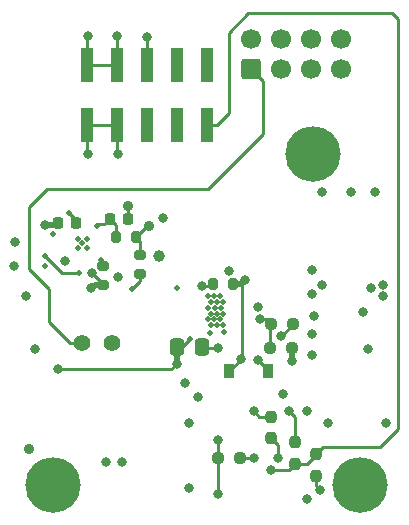
<source format=gbr>
%TF.GenerationSoftware,KiCad,Pcbnew,6.0.4-1.fc35*%
%TF.CreationDate,2022-04-05T09:58:44+01:00*%
%TF.ProjectId,cryosub_power_converter_top_v03,6372796f-7375-4625-9f70-6f7765725f63,rev?*%
%TF.SameCoordinates,Original*%
%TF.FileFunction,Copper,L4,Bot*%
%TF.FilePolarity,Positive*%
%FSLAX45Y45*%
G04 Gerber Fmt 4.5, Leading zero omitted, Abs format (unit mm)*
G04 Created by KiCad (PCBNEW 6.0.4-1.fc35) date 2022-04-05 09:58:44*
%MOMM*%
%LPD*%
G01*
G04 APERTURE LIST*
G04 Aperture macros list*
%AMRoundRect*
0 Rectangle with rounded corners*
0 $1 Rounding radius*
0 $2 $3 $4 $5 $6 $7 $8 $9 X,Y pos of 4 corners*
0 Add a 4 corners polygon primitive as box body*
4,1,4,$2,$3,$4,$5,$6,$7,$8,$9,$2,$3,0*
0 Add four circle primitives for the rounded corners*
1,1,$1+$1,$2,$3*
1,1,$1+$1,$4,$5*
1,1,$1+$1,$6,$7*
1,1,$1+$1,$8,$9*
0 Add four rect primitives between the rounded corners*
20,1,$1+$1,$2,$3,$4,$5,0*
20,1,$1+$1,$4,$5,$6,$7,0*
20,1,$1+$1,$6,$7,$8,$9,0*
20,1,$1+$1,$8,$9,$2,$3,0*%
G04 Aperture macros list end*
%TA.AperFunction,ComponentPad*%
%ADD10C,1.000000*%
%TD*%
%TA.AperFunction,ComponentPad*%
%ADD11C,1.400000*%
%TD*%
%TA.AperFunction,ComponentPad*%
%ADD12C,4.700000*%
%TD*%
%TA.AperFunction,ComponentPad*%
%ADD13RoundRect,0.250000X0.600000X-0.600000X0.600000X0.600000X-0.600000X0.600000X-0.600000X-0.600000X0*%
%TD*%
%TA.AperFunction,ComponentPad*%
%ADD14C,1.700000*%
%TD*%
%TA.AperFunction,SMDPad,CuDef*%
%ADD15RoundRect,0.237500X-0.237500X0.250000X-0.237500X-0.250000X0.237500X-0.250000X0.237500X0.250000X0*%
%TD*%
%TA.AperFunction,SMDPad,CuDef*%
%ADD16RoundRect,0.237500X0.237500X-0.250000X0.237500X0.250000X-0.237500X0.250000X-0.237500X-0.250000X0*%
%TD*%
%TA.AperFunction,SMDPad,CuDef*%
%ADD17RoundRect,0.237500X-0.250000X-0.237500X0.250000X-0.237500X0.250000X0.237500X-0.250000X0.237500X0*%
%TD*%
%TA.AperFunction,SMDPad,CuDef*%
%ADD18R,1.000000X3.000000*%
%TD*%
%TA.AperFunction,SMDPad,CuDef*%
%ADD19RoundRect,0.250000X-0.337500X-0.475000X0.337500X-0.475000X0.337500X0.475000X-0.337500X0.475000X0*%
%TD*%
%TA.AperFunction,SMDPad,CuDef*%
%ADD20RoundRect,0.225000X-0.225000X-0.250000X0.225000X-0.250000X0.225000X0.250000X-0.225000X0.250000X0*%
%TD*%
%TA.AperFunction,SMDPad,CuDef*%
%ADD21RoundRect,0.200000X-0.275000X0.200000X-0.275000X-0.200000X0.275000X-0.200000X0.275000X0.200000X0*%
%TD*%
%TA.AperFunction,SMDPad,CuDef*%
%ADD22RoundRect,0.200000X-0.200000X-0.275000X0.200000X-0.275000X0.200000X0.275000X-0.200000X0.275000X0*%
%TD*%
%TA.AperFunction,SMDPad,CuDef*%
%ADD23RoundRect,0.237500X0.250000X0.237500X-0.250000X0.237500X-0.250000X-0.237500X0.250000X-0.237500X0*%
%TD*%
%TA.AperFunction,SMDPad,CuDef*%
%ADD24RoundRect,0.200000X0.200000X0.275000X-0.200000X0.275000X-0.200000X-0.275000X0.200000X-0.275000X0*%
%TD*%
%TA.AperFunction,SMDPad,CuDef*%
%ADD25R,0.900000X1.200000*%
%TD*%
%TA.AperFunction,ViaPad*%
%ADD26C,0.500000*%
%TD*%
%TA.AperFunction,ViaPad*%
%ADD27C,0.800000*%
%TD*%
%TA.AperFunction,ViaPad*%
%ADD28C,0.900000*%
%TD*%
%TA.AperFunction,Conductor*%
%ADD29C,0.250000*%
%TD*%
%TA.AperFunction,Conductor*%
%ADD30C,0.500000*%
%TD*%
G04 APERTURE END LIST*
D10*
%TO.P,TP1,1,1*%
%TO.N,/sipm_dcdc/imon*%
X11302500Y-12165000D03*
%TD*%
D11*
%TO.P,TP2,1,1*%
%TO.N,/vcont*%
X10646000Y-12900000D03*
%TO.P,TP2,2,2*%
%TO.N,GND*%
X10900000Y-12900000D03*
%TD*%
D12*
%TO.P,H1,1,1*%
%TO.N,GND*%
X10400000Y-14100000D03*
%TD*%
%TO.P,H2,1,1*%
%TO.N,GND*%
X12600000Y-11300000D03*
%TD*%
%TO.P,H3,1,1*%
%TO.N,GND*%
X13000000Y-14100000D03*
%TD*%
D13*
%TO.P,J1,1,Pin_1*%
%TO.N,/vcont*%
X12077500Y-10580000D03*
D14*
%TO.P,J1,2,Pin_2*%
%TO.N,GND*%
X12077500Y-10326000D03*
%TO.P,J1,3,Pin_3*%
%TO.N,/sipm_bias*%
X12331500Y-10580000D03*
%TO.P,J1,4,Pin_4*%
%TO.N,GND*%
X12331500Y-10326000D03*
%TO.P,J1,5,Pin_5*%
%TO.N,/p5v_out*%
X12585500Y-10580000D03*
%TO.P,J1,6,Pin_6*%
%TO.N,GND*%
X12585500Y-10326000D03*
%TO.P,J1,7,Pin_7*%
%TO.N,VDC*%
X12839500Y-10580000D03*
%TO.P,J1,8,Pin_8*%
%TO.N,GND*%
X12839500Y-10326000D03*
%TD*%
D15*
%TO.P,R7,1*%
%TO.N,/On When Warm/vg1*%
X12250000Y-13525000D03*
%TO.P,R7,2*%
%TO.N,/On When Warm/vd2*%
X12250000Y-13707500D03*
%TD*%
D16*
%TO.P,R9,1*%
%TO.N,VDC*%
X12625000Y-14025000D03*
%TO.P,R9,2*%
%TO.N,/thermistor*%
X12625000Y-13842500D03*
%TD*%
D15*
%TO.P,R5,1*%
%TO.N,/On When Warm/VD1*%
X12450000Y-13742500D03*
%TO.P,R5,2*%
%TO.N,/thermistor*%
X12450000Y-13925000D03*
%TD*%
D17*
%TO.P,R6,1*%
%TO.N,/On When Warm/vs*%
X11800000Y-13875000D03*
%TO.P,R6,2*%
%TO.N,GND*%
X11982500Y-13875000D03*
%TD*%
D18*
%TO.P,J2,1,Pin_1*%
%TO.N,+5V*%
X10692000Y-11052000D03*
%TO.P,J2,2,Pin_2*%
%TO.N,GND*%
X10692000Y-10548000D03*
%TO.P,J2,3,Pin_3*%
%TO.N,+5V*%
X10946000Y-11052000D03*
%TO.P,J2,4,Pin_4*%
%TO.N,GND*%
X10946000Y-10548000D03*
%TO.P,J2,5,Pin_5*%
%TO.N,unconnected-(J2-Pad5)*%
X11200000Y-11052000D03*
%TO.P,J2,6,Pin_6*%
%TO.N,GND*%
X11200000Y-10548000D03*
%TO.P,J2,7,Pin_7*%
%TO.N,unconnected-(J2-Pad7)*%
X11454000Y-11052000D03*
%TO.P,J2,8,Pin_8*%
%TO.N,unconnected-(J2-Pad8)*%
X11454000Y-10548000D03*
%TO.P,J2,9,Pin_9*%
%TO.N,/thermistor*%
X11708000Y-11052000D03*
%TO.P,J2,10,Pin_10*%
%TO.N,unconnected-(J2-Pad10)*%
X11708000Y-10548000D03*
%TD*%
D19*
%TO.P,C8,1*%
%TO.N,Net-(C7-Pad1)*%
X11451250Y-12937500D03*
%TO.P,C8,2*%
%TO.N,GND*%
X11658750Y-12937500D03*
%TD*%
D20*
%TO.P,C14,1*%
%TO.N,Net-(C14-Pad1)*%
X10440000Y-11882500D03*
%TO.P,C14,2*%
%TO.N,GND*%
X10595000Y-11882500D03*
%TD*%
D21*
%TO.P,R14,1*%
%TO.N,Net-(R14-Pad1)*%
X10827500Y-12244000D03*
%TO.P,R14,2*%
%TO.N,GND*%
X10827500Y-12409000D03*
%TD*%
%TO.P,R16,1*%
%TO.N,Net-(C15-Pad1)*%
X11137500Y-12152500D03*
%TO.P,R16,2*%
%TO.N,Net-(R16-Pad2)*%
X11137500Y-12317500D03*
%TD*%
D22*
%TO.P,R20,1*%
%TO.N,Net-(C18-Pad1)*%
X10935000Y-12002500D03*
%TO.P,R20,2*%
%TO.N,Net-(C15-Pad1)*%
X11100000Y-12002500D03*
%TD*%
D23*
%TO.P,R11,1*%
%TO.N,Net-(C7-Pad1)*%
X12431250Y-12735000D03*
%TO.P,R11,2*%
%TO.N,Net-(R11-Pad2)*%
X12248750Y-12735000D03*
%TD*%
D17*
%TO.P,R12,1*%
%TO.N,Net-(R11-Pad2)*%
X12241250Y-12945000D03*
%TO.P,R12,2*%
%TO.N,GND*%
X12423750Y-12945000D03*
%TD*%
D20*
%TO.P,C18,1*%
%TO.N,Net-(C18-Pad1)*%
X10882500Y-11850000D03*
%TO.P,C18,2*%
%TO.N,GND*%
X11037500Y-11850000D03*
%TD*%
D24*
%TO.P,R13,1*%
%TO.N,/dc_dc/vcc*%
X11922500Y-12400000D03*
%TO.P,R13,2*%
%TO.N,/dc_dc/pgood*%
X11757500Y-12400000D03*
%TD*%
D25*
%TO.P,D2,1,K*%
%TO.N,/dc_dc/vcc*%
X11895000Y-13140000D03*
%TO.P,D2,2,A*%
%TO.N,+5V*%
X12225000Y-13140000D03*
%TD*%
D26*
%TO.N,GND*%
X10650000Y-12057500D03*
X11817500Y-12500000D03*
X11790000Y-12745000D03*
X11737500Y-12745000D03*
X11840000Y-12745000D03*
X11820000Y-12602500D03*
X11715000Y-12700000D03*
X11852500Y-12807500D03*
D27*
X13070000Y-12950000D03*
D26*
X10610000Y-12095000D03*
D27*
X10250000Y-12950000D03*
D26*
X10540000Y-11802500D03*
D27*
X12675000Y-11625000D03*
D26*
X10612500Y-12020000D03*
X11770000Y-12602500D03*
X10687500Y-12020000D03*
D27*
X11550000Y-13580000D03*
X11520000Y-13240000D03*
X10502260Y-12210000D03*
D26*
X10687500Y-12095000D03*
X11840000Y-12552500D03*
X11717500Y-12602500D03*
D27*
X13195000Y-12505000D03*
X13220000Y-13580000D03*
X12350000Y-13330000D03*
D26*
X11790000Y-12552500D03*
X11740000Y-12652500D03*
X11737500Y-12552500D03*
D27*
X10727500Y-12307500D03*
D26*
X11765000Y-12500000D03*
D27*
X13195000Y-12405000D03*
X10950000Y-12340000D03*
X13030000Y-12640000D03*
X12595000Y-12285000D03*
X11800000Y-12940000D03*
X12135019Y-12594981D03*
D26*
X11732500Y-12812500D03*
X11842500Y-12652500D03*
X11767500Y-12700000D03*
D27*
X10946000Y-10304000D03*
X12425000Y-13052500D03*
D26*
X11792500Y-12652500D03*
D27*
X11200000Y-10310000D03*
X13125000Y-11625000D03*
D26*
X11715000Y-12500000D03*
D27*
X10175000Y-12500000D03*
X12675000Y-12405000D03*
X11890000Y-12290000D03*
D26*
X11817500Y-12700000D03*
D27*
X12595000Y-12485000D03*
D28*
X10200000Y-13800000D03*
D27*
X13095259Y-12437500D03*
D28*
X11037500Y-11742500D03*
D27*
X12100000Y-13875000D03*
X10720000Y-12437550D03*
X10700000Y-10300000D03*
X11332500Y-11842500D03*
X12925000Y-11625000D03*
D26*
X10405000Y-11975000D03*
D27*
%TO.N,Net-(C7-Pad1)*%
X11450000Y-13075000D03*
X12332500Y-12845000D03*
D26*
X11558665Y-12866335D03*
D27*
X10447500Y-13122500D03*
%TO.N,/On When Warm/VD1*%
X12400000Y-13475000D03*
%TO.N,/On When Warm/vs*%
X11800000Y-13725000D03*
X11800000Y-14175000D03*
%TO.N,/On When Warm/vg1*%
X12100000Y-13480000D03*
%TO.N,/thermistor*%
X12250000Y-13975000D03*
%TO.N,/On When Warm/vd2*%
X12305132Y-13870617D03*
%TO.N,VDC*%
X10852500Y-13905000D03*
X12595000Y-13005000D03*
X12550000Y-13475000D03*
X12550000Y-14225000D03*
X11550000Y-14130000D03*
X12730000Y-13580000D03*
X12611825Y-12674614D03*
X12660000Y-14147500D03*
X12595000Y-12825000D03*
X10985500Y-13904500D03*
X11630000Y-13360000D03*
D26*
%TO.N,Net-(C18-Pad1)*%
X10772413Y-11906289D03*
%TO.N,Net-(C14-Pad1)*%
X10625000Y-12310000D03*
D27*
X10335000Y-11902500D03*
D26*
X10331891Y-12161791D03*
D28*
%TO.N,Net-(C15-Pad1)*%
X11210359Y-11906185D03*
D27*
%TO.N,Net-(R11-Pad2)*%
X12150000Y-12700000D03*
%TO.N,/dc_dc/pgood*%
X11660000Y-12420000D03*
D26*
%TO.N,Net-(R14-Pad1)*%
X10807500Y-12197500D03*
%TO.N,Net-(R16-Pad2)*%
X11070000Y-12440000D03*
D27*
%TO.N,+5V*%
X12140000Y-13040000D03*
X10700000Y-11300000D03*
X10077500Y-12047500D03*
X10950000Y-11300000D03*
X10075000Y-12250000D03*
D26*
X10330000Y-12245000D03*
X11447266Y-12438091D03*
D27*
%TO.N,/dc_dc/vcc*%
X11995000Y-13035000D03*
X12025000Y-12367500D03*
%TD*%
D29*
%TO.N,GND*%
X11982500Y-13875000D02*
X12100000Y-13875000D01*
X10827500Y-12377500D02*
X10827500Y-12432500D01*
X11661250Y-12940000D02*
X11658750Y-12937500D01*
D30*
X10827500Y-12409000D02*
X10761000Y-12409000D01*
D29*
X10692000Y-10547500D02*
X10946000Y-10547500D01*
X11800000Y-12940000D02*
X11661250Y-12940000D01*
X11200000Y-10548000D02*
X11200000Y-10310000D01*
D30*
X12425000Y-13025000D02*
X12425000Y-13052500D01*
D29*
X10946000Y-10547500D02*
X10946000Y-10304000D01*
X10692000Y-10547500D02*
X10692000Y-10308000D01*
X10595000Y-11882500D02*
X10595000Y-11857500D01*
X10595000Y-11857500D02*
X10540000Y-11802500D01*
X11037500Y-11850000D02*
X11037500Y-11742500D01*
X10797500Y-12377500D02*
X10727500Y-12307500D01*
D30*
X12425000Y-12925000D02*
X12425000Y-13025000D01*
X10732450Y-12437550D02*
X10720000Y-12437550D01*
X10761000Y-12409000D02*
X10732450Y-12437550D01*
D29*
X10827500Y-12377500D02*
X10797500Y-12377500D01*
X10692000Y-10308000D02*
X10700000Y-10300000D01*
%TO.N,Net-(C7-Pad1)*%
X10447500Y-13122500D02*
X11402500Y-13122500D01*
X11490000Y-12935000D02*
X11558665Y-12866335D01*
X12431250Y-12735000D02*
X12431250Y-12746250D01*
X12431250Y-12746250D02*
X12332500Y-12845000D01*
X11438750Y-12935000D02*
X11490000Y-12935000D01*
D30*
X11450000Y-12950000D02*
X11450000Y-13075000D01*
D29*
X11402500Y-13122500D02*
X11450000Y-13075000D01*
%TO.N,/On When Warm/VD1*%
X12450000Y-13742500D02*
X12450000Y-13525000D01*
X12450000Y-13525000D02*
X12400000Y-13475000D01*
%TO.N,/On When Warm/vs*%
X11800000Y-13875000D02*
X11800000Y-14175000D01*
X11800000Y-13875000D02*
X11800000Y-13725000D01*
%TO.N,/On When Warm/vg1*%
X12145000Y-13525000D02*
X12100000Y-13480000D01*
X12250000Y-13525000D02*
X12145000Y-13525000D01*
%TO.N,/thermistor*%
X12627500Y-13847500D02*
X12612500Y-13862500D01*
X13320000Y-10160000D02*
X13320000Y-13630000D01*
X12687500Y-13780000D02*
X12625000Y-13842500D01*
X11708000Y-11052000D02*
X11788000Y-11052000D01*
X13170000Y-13780000D02*
X12687500Y-13780000D01*
X12400000Y-13975000D02*
X12450000Y-13925000D01*
X13270000Y-10110000D02*
X13320000Y-10160000D01*
X11890000Y-10272500D02*
X12052500Y-10110000D01*
X12052500Y-10110000D02*
X13270000Y-10110000D01*
X12250000Y-13975000D02*
X12400000Y-13975000D01*
X12550000Y-13925000D02*
X12450000Y-13925000D01*
X12612500Y-13862500D02*
X12550000Y-13925000D01*
X11788000Y-11052000D02*
X11890000Y-10950000D01*
X13320000Y-13630000D02*
X13170000Y-13780000D01*
X11890000Y-10950000D02*
X11890000Y-10272500D01*
%TO.N,/On When Warm/vd2*%
X12305132Y-13870617D02*
X12305132Y-13762632D01*
X12305132Y-13762632D02*
X12250000Y-13707500D01*
%TO.N,VDC*%
X12625000Y-14025000D02*
X12625000Y-14112500D01*
X12625000Y-14112500D02*
X12660000Y-14147500D01*
%TO.N,Net-(C18-Pad1)*%
X10935000Y-12002500D02*
X10935000Y-11902500D01*
X10935000Y-11902500D02*
X10882500Y-11850000D01*
X10836211Y-11896289D02*
X10782413Y-11896289D01*
X10782413Y-11896289D02*
X10772413Y-11906289D01*
X10836211Y-11896289D02*
X10882500Y-11850000D01*
D30*
%TO.N,Net-(C14-Pad1)*%
X10337500Y-11900000D02*
X10335000Y-11902500D01*
D29*
X10625000Y-12310000D02*
X10480100Y-12310000D01*
D30*
X10425000Y-11900000D02*
X10337500Y-11900000D01*
D29*
X10480100Y-12310000D02*
X10331891Y-12161791D01*
%TO.N,Net-(C15-Pad1)*%
X11100000Y-12002500D02*
X11196315Y-11906185D01*
X11137500Y-12040000D02*
X11100000Y-12002500D01*
X11137500Y-12152500D02*
X11137500Y-12040000D01*
X11196315Y-11906185D02*
X11210359Y-11906185D01*
%TO.N,Net-(R11-Pad2)*%
X12242500Y-12725000D02*
X12242500Y-12925000D01*
X12150000Y-12700000D02*
X12213750Y-12700000D01*
X12213750Y-12700000D02*
X12248750Y-12735000D01*
%TO.N,/dc_dc/pgood*%
X11737500Y-12420000D02*
X11757500Y-12400000D01*
X11660000Y-12420000D02*
X11737500Y-12420000D01*
%TO.N,Net-(R14-Pad1)*%
X10827500Y-12217500D02*
X10807500Y-12197500D01*
X10827500Y-12258000D02*
X10827500Y-12217500D01*
%TO.N,Net-(R16-Pad2)*%
X11137500Y-12372500D02*
X11070000Y-12440000D01*
X11137500Y-12317500D02*
X11137500Y-12372500D01*
%TO.N,+5V*%
X10692000Y-11292000D02*
X10700000Y-11300000D01*
X12140000Y-13040000D02*
X12225000Y-13125000D01*
X10692000Y-11052500D02*
X10692000Y-11292000D01*
X12225000Y-13125000D02*
X12225000Y-13140000D01*
X10946000Y-11052500D02*
X10946000Y-11296000D01*
X10692000Y-11052500D02*
X10946000Y-11052500D01*
X10946000Y-11296000D02*
X10950000Y-11300000D01*
%TO.N,/vcont*%
X12182500Y-10685000D02*
X12077500Y-10580000D01*
X10197500Y-11750000D02*
X10350000Y-11597500D01*
X10350000Y-11597500D02*
X11715000Y-11597500D01*
X12182500Y-11130000D02*
X12182500Y-10685000D01*
X10646000Y-12900000D02*
X10542500Y-12900000D01*
X10365000Y-12722500D02*
X10365000Y-12445000D01*
X10365000Y-12445000D02*
X10197500Y-12277500D01*
X10197500Y-12277500D02*
X10197500Y-11750000D01*
X11715000Y-11597500D02*
X12182500Y-11130000D01*
X10542500Y-12900000D02*
X10365000Y-12722500D01*
D30*
%TO.N,/dc_dc/vcc*%
X11922500Y-12400000D02*
X11992500Y-12400000D01*
D29*
X11995000Y-13040000D02*
X11895000Y-13140000D01*
X11995000Y-13035000D02*
X11995000Y-13040000D01*
X12000000Y-12392500D02*
X12000000Y-13030000D01*
X12025000Y-12367500D02*
X12000000Y-12392500D01*
D30*
X11992500Y-12400000D02*
X12025000Y-12367500D01*
D29*
X12000000Y-13030000D02*
X11995000Y-13035000D01*
%TD*%
M02*

</source>
